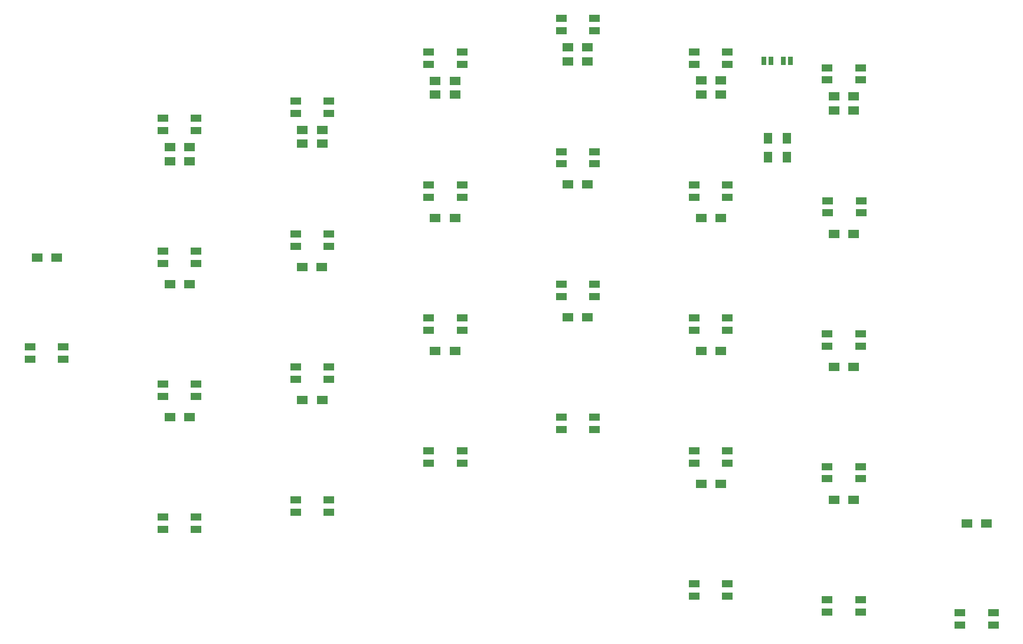
<source format=gbr>
G04 #@! TF.GenerationSoftware,KiCad,Pcbnew,(5.0.2)-1*
G04 #@! TF.CreationDate,2019-03-25T20:18:58+08:00*
G04 #@! TF.ProjectId,JiranSecondTry,4a697261-6e53-4656-936f-6e645472792e,rev?*
G04 #@! TF.SameCoordinates,Original*
G04 #@! TF.FileFunction,Paste,Bot*
G04 #@! TF.FilePolarity,Positive*
%FSLAX46Y46*%
G04 Gerber Fmt 4.6, Leading zero omitted, Abs format (unit mm)*
G04 Created by KiCad (PCBNEW (5.0.2)-1) date 25/03/2019 20:18:58*
%MOMM*%
%LPD*%
G01*
G04 APERTURE LIST*
%ADD10R,1.600000X1.200000*%
%ADD11R,1.200000X1.500000*%
%ADD12R,1.600000X1.000000*%
%ADD13R,0.635000X1.143000*%
G04 APERTURE END LIST*
D10*
G04 #@! TO.C,D28*
X262130000Y-107650000D03*
X264930000Y-107650000D03*
G04 #@! TD*
G04 #@! TO.C,D25*
X243080000Y-85170000D03*
X245880000Y-85170000D03*
G04 #@! TD*
G04 #@! TO.C,D27*
X243080000Y-104220000D03*
X245880000Y-104220000D03*
G04 #@! TD*
G04 #@! TO.C,D26*
X224040000Y-101930000D03*
X226840000Y-101930000D03*
G04 #@! TD*
G04 #@! TO.C,D24*
X224040000Y-82890000D03*
X226840000Y-82890000D03*
G04 #@! TD*
G04 #@! TO.C,D23*
X204960000Y-78110000D03*
X207760000Y-78110000D03*
G04 #@! TD*
G04 #@! TO.C,D22*
X185920000Y-82890000D03*
X188720000Y-82890000D03*
G04 #@! TD*
G04 #@! TO.C,D21*
X166870000Y-89930000D03*
X169670000Y-89930000D03*
G04 #@! TD*
G04 #@! TO.C,D20*
X147840000Y-92400000D03*
X150640000Y-92400000D03*
G04 #@! TD*
G04 #@! TO.C,D19*
X243080000Y-66120000D03*
X245880000Y-66120000D03*
G04 #@! TD*
G04 #@! TO.C,D18*
X224040000Y-63830000D03*
X226840000Y-63830000D03*
G04 #@! TD*
G04 #@! TO.C,D17*
X204960000Y-59070000D03*
X207760000Y-59070000D03*
G04 #@! TD*
G04 #@! TO.C,D16*
X185920000Y-63830000D03*
X188720000Y-63830000D03*
G04 #@! TD*
G04 #@! TO.C,D15*
X166860000Y-70880000D03*
X169660000Y-70880000D03*
G04 #@! TD*
G04 #@! TO.C,D14*
X147840000Y-73350000D03*
X150640000Y-73350000D03*
G04 #@! TD*
G04 #@! TO.C,D7*
X128800000Y-69530000D03*
X131600000Y-69530000D03*
G04 #@! TD*
D11*
G04 #@! TO.C,R1*
X233620000Y-55150000D03*
X233620000Y-52450000D03*
G04 #@! TD*
G04 #@! TO.C,R2*
X236310000Y-55150000D03*
X236310000Y-52450000D03*
G04 #@! TD*
D10*
G04 #@! TO.C,D6*
X243100000Y-48450000D03*
X245900000Y-48450000D03*
G04 #@! TD*
G04 #@! TO.C,D13*
X243090000Y-46450000D03*
X245890000Y-46450000D03*
G04 #@! TD*
G04 #@! TO.C,D5*
X224040000Y-46150000D03*
X226840000Y-46150000D03*
G04 #@! TD*
G04 #@! TO.C,D12*
X224040000Y-44150000D03*
X226840000Y-44150000D03*
G04 #@! TD*
G04 #@! TO.C,D4*
X204960000Y-41400000D03*
X207760000Y-41400000D03*
G04 #@! TD*
G04 #@! TO.C,D11*
X204960000Y-39400000D03*
X207760000Y-39400000D03*
G04 #@! TD*
G04 #@! TO.C,D3*
X185920000Y-46200000D03*
X188720000Y-46200000D03*
G04 #@! TD*
G04 #@! TO.C,D10*
X185920000Y-44200000D03*
X188720000Y-44200000D03*
G04 #@! TD*
G04 #@! TO.C,D2*
X166870000Y-53200000D03*
X169670000Y-53200000D03*
G04 #@! TD*
G04 #@! TO.C,D9*
X166870000Y-51200000D03*
X169670000Y-51200000D03*
G04 #@! TD*
G04 #@! TO.C,D1*
X147840000Y-55700000D03*
X150640000Y-55700000D03*
G04 #@! TD*
G04 #@! TO.C,D8*
X147840000Y-53700000D03*
X150640000Y-53700000D03*
G04 #@! TD*
D12*
G04 #@! TO.C,L1*
X146825000Y-51325000D03*
X146825000Y-49575000D03*
X151625000Y-49575000D03*
X151625000Y-51325000D03*
G04 #@! TD*
G04 #@! TO.C,L2*
X170675000Y-48850000D03*
X170675000Y-47100000D03*
X165875000Y-47100000D03*
X165875000Y-48850000D03*
G04 #@! TD*
G04 #@! TO.C,L3*
X184950000Y-41800000D03*
X184950000Y-40050000D03*
X189750000Y-40050000D03*
X189750000Y-41800000D03*
G04 #@! TD*
G04 #@! TO.C,L4*
X208775000Y-37025000D03*
X208775000Y-35275000D03*
X203975000Y-35275000D03*
X203975000Y-37025000D03*
G04 #@! TD*
G04 #@! TO.C,L5*
X227825000Y-41800000D03*
X227825000Y-40050000D03*
X223025000Y-40050000D03*
X223025000Y-41800000D03*
G04 #@! TD*
G04 #@! TO.C,L6*
X242100000Y-44075000D03*
X242100000Y-42325000D03*
X246900000Y-42325000D03*
X246900000Y-44075000D03*
G04 #@! TD*
G04 #@! TO.C,L7*
X151625000Y-70375000D03*
X151625000Y-68625000D03*
X146825000Y-68625000D03*
X146825000Y-70375000D03*
G04 #@! TD*
G04 #@! TO.C,L8*
X165875000Y-67900000D03*
X165875000Y-66150000D03*
X170675000Y-66150000D03*
X170675000Y-67900000D03*
G04 #@! TD*
G04 #@! TO.C,L9*
X189750000Y-60850000D03*
X189750000Y-59100000D03*
X184950000Y-59100000D03*
X184950000Y-60850000D03*
G04 #@! TD*
G04 #@! TO.C,L10*
X203975000Y-56100000D03*
X203975000Y-54350000D03*
X208775000Y-54350000D03*
X208775000Y-56100000D03*
G04 #@! TD*
G04 #@! TO.C,L11*
X227825000Y-60875000D03*
X227825000Y-59125000D03*
X223025000Y-59125000D03*
X223025000Y-60875000D03*
G04 #@! TD*
G04 #@! TO.C,L12*
X242180000Y-63115000D03*
X242180000Y-61365000D03*
X246980000Y-61365000D03*
X246980000Y-63115000D03*
G04 #@! TD*
G04 #@! TO.C,L13*
X146825000Y-89425000D03*
X146825000Y-87675000D03*
X151625000Y-87675000D03*
X151625000Y-89425000D03*
G04 #@! TD*
G04 #@! TO.C,L14*
X170675000Y-86950000D03*
X170675000Y-85200000D03*
X165875000Y-85200000D03*
X165875000Y-86950000D03*
G04 #@! TD*
G04 #@! TO.C,L15*
X184950000Y-79900000D03*
X184950000Y-78150000D03*
X189750000Y-78150000D03*
X189750000Y-79900000D03*
G04 #@! TD*
G04 #@! TO.C,L16*
X208775000Y-75125000D03*
X208775000Y-73375000D03*
X203975000Y-73375000D03*
X203975000Y-75125000D03*
G04 #@! TD*
G04 #@! TO.C,L17*
X223025000Y-79900000D03*
X223025000Y-78150000D03*
X227825000Y-78150000D03*
X227825000Y-79900000D03*
G04 #@! TD*
G04 #@! TO.C,L18*
X246900000Y-82200000D03*
X246900000Y-80450000D03*
X242100000Y-80450000D03*
X242100000Y-82200000D03*
G04 #@! TD*
G04 #@! TO.C,L19*
X146825000Y-108475000D03*
X146825000Y-106725000D03*
X151625000Y-106725000D03*
X151625000Y-108475000D03*
G04 #@! TD*
G04 #@! TO.C,L20*
X170675000Y-106000000D03*
X170675000Y-104250000D03*
X165875000Y-104250000D03*
X165875000Y-106000000D03*
G04 #@! TD*
G04 #@! TO.C,L21*
X184950000Y-98950000D03*
X184950000Y-97200000D03*
X189750000Y-97200000D03*
X189750000Y-98950000D03*
G04 #@! TD*
G04 #@! TO.C,L22*
X208775000Y-94175000D03*
X208775000Y-92425000D03*
X203975000Y-92425000D03*
X203975000Y-94175000D03*
G04 #@! TD*
G04 #@! TO.C,L23*
X223025000Y-98950000D03*
X223025000Y-97200000D03*
X227825000Y-97200000D03*
X227825000Y-98950000D03*
G04 #@! TD*
G04 #@! TO.C,L24*
X246900000Y-101225000D03*
X246900000Y-99475000D03*
X242100000Y-99475000D03*
X242100000Y-101225000D03*
G04 #@! TD*
G04 #@! TO.C,L25*
X127775000Y-84100000D03*
X127775000Y-82350000D03*
X132575000Y-82350000D03*
X132575000Y-84100000D03*
G04 #@! TD*
G04 #@! TO.C,L26*
X223025000Y-118000000D03*
X223025000Y-116250000D03*
X227825000Y-116250000D03*
X227825000Y-118000000D03*
G04 #@! TD*
G04 #@! TO.C,L27*
X246900000Y-120300000D03*
X246900000Y-118550000D03*
X242100000Y-118550000D03*
X242100000Y-120300000D03*
G04 #@! TD*
G04 #@! TO.C,L28*
X261150000Y-122200000D03*
X261150000Y-120450000D03*
X265950000Y-120450000D03*
X265950000Y-122200000D03*
G04 #@! TD*
D13*
G04 #@! TO.C,JP2*
X233049620Y-41350000D03*
X234050380Y-41350000D03*
G04 #@! TD*
G04 #@! TO.C,JP5*
X236850380Y-41350000D03*
X235849620Y-41350000D03*
G04 #@! TD*
M02*

</source>
